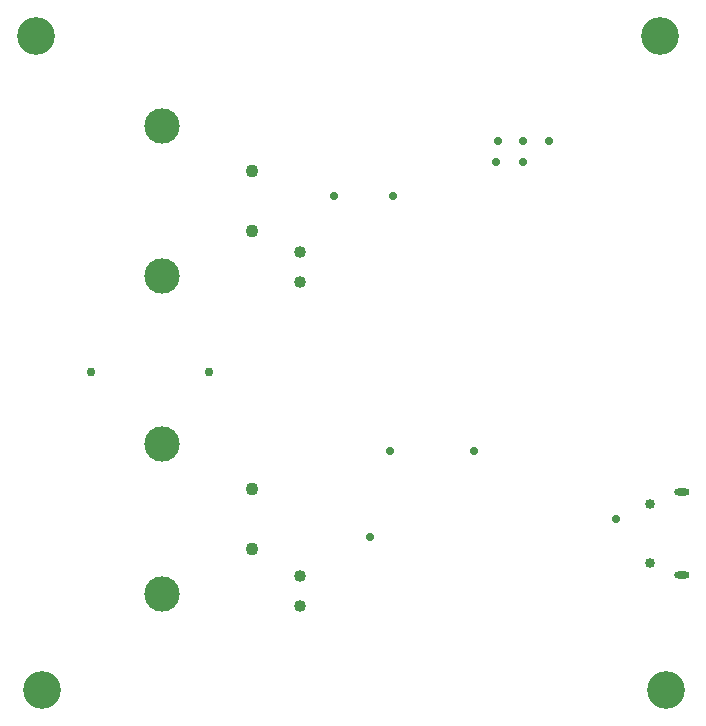
<source format=gbr>
%TF.GenerationSoftware,Altium Limited,Altium Designer,24.6.1 (21)*%
G04 Layer_Color=0*
%FSLAX45Y45*%
%MOMM*%
%TF.SameCoordinates,AC9FF34B-BC34-43DD-B331-A16B571A9E15*%
%TF.FilePolarity,Positive*%
%TF.FileFunction,Plated,1,2,PTH,Drill*%
%TF.Part,Single*%
G01*
G75*
%TA.AperFunction,ComponentDrill*%
%ADD56C,0.75000*%
%ADD57C,1.01600*%
%ADD58C,3.00000*%
%ADD59C,1.10000*%
%ADD60C,0.85000*%
%ADD61O,1.30000X0.60000*%
%ADD62C,3.20000*%
%TA.AperFunction,ViaDrill,NotFilled*%
%ADD63C,0.71120*%
D56*
X1770000Y3098800D02*
D03*
X770000D02*
D03*
D57*
X2540000Y3860800D02*
D03*
Y1117600D02*
D03*
Y4114800D02*
D03*
Y1371600D02*
D03*
D58*
X1371600Y3911600D02*
D03*
Y1219200D02*
D03*
Y5181600D02*
D03*
Y2489200D02*
D03*
D59*
X2133600Y2109200D02*
D03*
Y1600200D02*
D03*
Y4801600D02*
D03*
Y4292600D02*
D03*
D60*
X5503800Y1977200D02*
D03*
Y1477200D02*
D03*
D61*
X5773800Y2077200D02*
D03*
Y1377200D02*
D03*
D62*
X304800Y5943600D02*
D03*
X5588000D02*
D03*
X5638800Y406400D02*
D03*
X355600D02*
D03*
D63*
X4013200Y2425700D02*
D03*
X3327400Y4584700D02*
D03*
X2832100D02*
D03*
X3302000Y2425700D02*
D03*
X3136900Y1701800D02*
D03*
X4432300Y4876800D02*
D03*
X4203700D02*
D03*
X4216400Y5054600D02*
D03*
X4432300D02*
D03*
X4648200D02*
D03*
X5219700Y1854200D02*
D03*
%TF.MD5,a0f541102c441edcd51214fe06fded33*%
M02*

</source>
